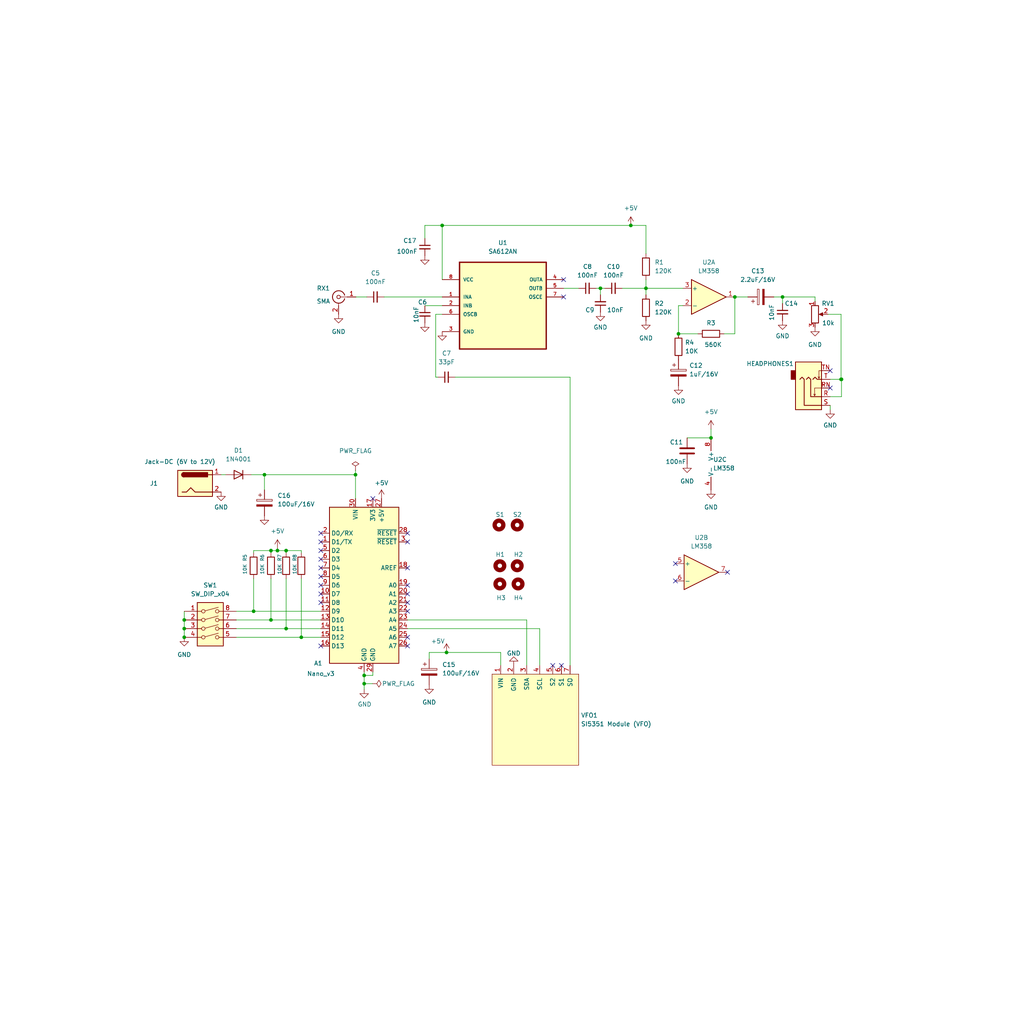
<source format=kicad_sch>
(kicad_sch (version 20211123) (generator eeschema)
  (paper "User" 299.999 299.999)
  (title_block (title "Poorman's HF RX by WB2CBA") (date "2022-03-25") (rev "V0.01") (company "Dhiru Kholia (VU3CER)") (comment 1 "HF Direct Conversion RX for Digital Modes"))
  (lib_symbols
    (symbol "Amplifier_Operational:LM358" (pin_names (offset 0.127))
      (property "Reference" "U" (at 0 5.08 0))
      (property "Value" "LM358" (at 0 -5.08 0))
      (symbol "LM358_1_1"
        (polyline (pts (xy -5.08 5.08) (xy 5.08 0) (xy -5.08 -5.08) (xy -5.08 5.08)) (stroke (width 0.254)) (fill (type background)))
        (pin output line (at 7.62 0 180) (length 2.54) (name "~") (number "1"))
        (pin input line (at -7.62 -2.54 0) (length 2.54) (name "-") (number "2"))
        (pin input line (at -7.62 2.54 0) (length 2.54) (name "+") (number "3"))
      )
      (symbol "LM358_2_1"
        (polyline (pts (xy -5.08 5.08) (xy 5.08 0) (xy -5.08 -5.08) (xy -5.08 5.08)) (stroke (width 0.254)) (fill (type background)))
        (pin input line (at -7.62 2.54 0) (length 2.54) (name "+") (number "5"))
        (pin input line (at -7.62 -2.54 0) (length 2.54) (name "-") (number "6"))
        (pin output line (at 7.62 0 180) (length 2.54) (name "~") (number "7"))
      )
      (symbol "LM358_3_1"
        (pin power_in line (at -2.54 -7.62 90) (length 3.81) (name "V-") (number "4"))
        (pin power_in line (at -2.54 7.62 270) (length 3.81) (name "V+") (number "8"))
      )
    )
    (symbol "Connector:AudioJack3_SwitchTR"
      (property "Reference" "J" (at 0 8.89 0))
      (property "Value" "AudioJack3_SwitchTR" (at 0 6.35 0))
      (symbol "AudioJack3_SwitchTR_0_1"
        (rectangle (start -5.08 -5.08) (end -6.35 -7.62) (stroke (width 0.254)) (fill (type outline)))
        (polyline (pts (xy 0.508 -0.254) (xy 0.762 -0.762)))
        (polyline (pts (xy 1.778 -5.334) (xy 2.032 -5.842)))
        (polyline (pts (xy 0 -5.08) (xy 0.635 -5.715) (xy 1.27 -5.08) (xy 2.54 -5.08)) (stroke (width 0.254)))
        (polyline (pts (xy 2.54 -7.62) (xy 1.778 -7.62) (xy 1.778 -5.334) (xy 1.524 -5.842)))
        (polyline (pts (xy 2.54 -2.54) (xy 0.508 -2.54) (xy 0.508 -0.254) (xy 0.254 -0.762)))
        (polyline (pts (xy -1.905 -5.08) (xy -1.27 -5.715) (xy -0.635 -5.08) (xy -0.635 0) (xy 2.54 0)) (stroke (width 0.254)))
        (polyline (pts (xy 2.54 2.54) (xy -2.54 2.54) (xy -2.54 -5.08) (xy -3.175 -5.715) (xy -3.81 -5.08)) (stroke (width 0.254)))
        (rectangle (start 2.54 3.81) (end -5.08 -10.16) (stroke (width 0.254)) (fill (type background)))
      )
      (symbol "AudioJack3_SwitchTR_1_1"
        (pin passive line (at 5.08 0 180) (length 2.54) (name "~") (number "R"))
        (pin passive line (at 5.08 -2.54 180) (length 2.54) (name "~") (number "RN"))
        (pin passive line (at 5.08 2.54 180) (length 2.54) (name "~") (number "S"))
        (pin passive line (at 5.08 -5.08 180) (length 2.54) (name "~") (number "T"))
        (pin passive line (at 5.08 -7.62 180) (length 2.54) (name "~") (number "TN"))
      )
    )
    (symbol "Connector:Conn_Coaxial" (pin_names (offset 1.016) hide)
      (property "Reference" "J" (at 0.254 3.048 0))
      (property "Value" "Conn_Coaxial" (at 2.921 0 90))
      (symbol "Conn_Coaxial_0_1"
        (arc (start -1.778 -0.508) (mid 0.222 -1.808) (end 1.778 0) (stroke (width 0.254)))
        (polyline (pts (xy -2.54 0) (xy -0.508 0)))
        (polyline (pts (xy 0 -2.54) (xy 0 -1.778)))
        (circle (center 0 0) (radius 0.508) (stroke (width 0.2032)))
        (arc (start 1.778 0) (mid 0.222 1.8083) (end -1.778 0.508) (stroke (width 0.254)))
      )
      (symbol "Conn_Coaxial_1_1"
        (pin passive line (at -5.08 0 0) (length 2.54) (name "In") (number "1"))
        (pin passive line (at 0 -5.08 90) (length 2.54) (name "Ext") (number "2"))
      )
    )
    (symbol "Connector:Jack-DC" (pin_names (offset 1.016))
      (property "Reference" "J" (at 0 5.334 0))
      (property "Value" "Jack-DC" (at 0 -5.08 0))
      (symbol "Jack-DC_0_1"
        (rectangle (start -5.08 3.81) (end 5.08 -3.81) (stroke (width 0.254)) (fill (type background)))
        (arc (start -3.302 3.175) (mid -3.937 2.54) (end -3.302 1.905) (stroke (width 0.254)))
        (arc (start -3.302 3.175) (mid -3.937 2.54) (end -3.302 1.905) (stroke (width 0.254)) (fill (type outline)))
        (polyline (pts (xy 5.08 2.54) (xy 3.81 2.54)) (stroke (width 0.254)))
        (polyline (pts (xy -3.81 -2.54) (xy -2.54 -2.54) (xy -1.27 -1.27) (xy 0 -2.54) (xy 2.54 -2.54) (xy 5.08 -2.54)) (stroke (width 0.254)))
        (rectangle (start 3.683 3.175) (end -3.302 1.905) (stroke (width 0.254)) (fill (type outline)))
      )
      (symbol "Jack-DC_1_1"
        (pin passive line (at 7.62 2.54 180) (length 2.54) (name "~") (number "1"))
        (pin passive line (at 7.62 -2.54 180) (length 2.54) (name "~") (number "2"))
      )
    )
    (symbol "Device:C" (pin_numbers hide) (pin_names (offset 0.254))
      (property "Reference" "C" (at 0.635 2.54 0))
      (property "Value" "C" (at 0.635 -2.54 0))
      (symbol "C_0_1"
        (polyline (pts (xy -2.032 -0.762) (xy 2.032 -0.762)) (stroke (width 0.508)))
        (polyline (pts (xy -2.032 0.762) (xy 2.032 0.762)) (stroke (width 0.508)))
      )
      (symbol "C_1_1"
        (pin passive line (at 0 3.81 270) (length 2.794) (name "~") (number "1"))
        (pin passive line (at 0 -3.81 90) (length 2.794) (name "~") (number "2"))
      )
    )
    (symbol "Device:C_Polarized" (pin_numbers hide) (pin_names (offset 0.254))
      (property "Reference" "C" (at 0.635 2.54 0))
      (property "Value" "C_Polarized" (at 0.635 -2.54 0))
      (symbol "C_Polarized_0_1"
        (rectangle (start -2.286 0.508) (end 2.286 1.016))
        (polyline (pts (xy -1.778 2.286) (xy -0.762 2.286)))
        (polyline (pts (xy -1.27 2.794) (xy -1.27 1.778)))
        (rectangle (start 2.286 -0.508) (end -2.286 -1.016) (fill (type outline)))
      )
      (symbol "C_Polarized_1_1"
        (pin passive line (at 0 3.81 270) (length 2.794) (name "~") (number "1"))
        (pin passive line (at 0 -3.81 90) (length 2.794) (name "~") (number "2"))
      )
    )
    (symbol "Device:C_Small" (pin_numbers hide) (pin_names (offset 0.254) hide)
      (property "Reference" "C" (at 0.254 1.778 0))
      (property "Value" "C_Small" (at 0.254 -2.032 0))
      (symbol "C_Small_0_1"
        (polyline (pts (xy -1.524 -0.508) (xy 1.524 -0.508)) (stroke (width 0.3302)))
        (polyline (pts (xy -1.524 0.508) (xy 1.524 0.508)) (stroke (width 0.3048)))
      )
      (symbol "C_Small_1_1"
        (pin passive line (at 0 2.54 270) (length 2.032) (name "~") (number "1"))
        (pin passive line (at 0 -2.54 90) (length 2.032) (name "~") (number "2"))
      )
    )
    (symbol "Device:R" (pin_numbers hide) (pin_names (offset 0))
      (property "Reference" "R" (at 2.032 0 90))
      (property "Value" "R" (at 0 0 90))
      (symbol "R_0_1"
        (rectangle (start -1.016 -2.54) (end 1.016 2.54) (stroke (width 0.254)))
      )
      (symbol "R_1_1"
        (pin passive line (at 0 3.81 270) (length 1.27) (name "~") (number "1"))
        (pin passive line (at 0 -3.81 90) (length 1.27) (name "~") (number "2"))
      )
    )
    (symbol "Device:R_Potentiometer" (pin_names (offset 1.016) hide)
      (property "Reference" "RV" (at -4.445 0 90))
      (property "Value" "R_Potentiometer" (at -2.54 0 90))
      (symbol "R_Potentiometer_0_1"
        (polyline (pts (xy 2.54 0) (xy 1.524 0)))
        (polyline (pts (xy 1.143 0) (xy 2.286 0.508) (xy 2.286 -0.508) (xy 1.143 0)) (fill (type outline)))
        (rectangle (start 1.016 2.54) (end -1.016 -2.54) (stroke (width 0.254)))
      )
      (symbol "R_Potentiometer_1_1"
        (pin passive line (at 0 3.81 270) (length 1.27) (name "1") (number "1"))
        (pin passive line (at 3.81 0 180) (length 1.27) (name "2") (number "2"))
        (pin passive line (at 0 -3.81 90) (length 1.27) (name "3") (number "3"))
      )
    )
    (symbol "Diode:1N4001" (pin_numbers hide) (pin_names (offset 1.016) hide)
      (property "Reference" "D" (at 0 2.54 0))
      (property "Value" "1N4001" (at 0 -2.54 0))
      (symbol "1N4001_0_1"
        (polyline (pts (xy -1.27 1.27) (xy -1.27 -1.27)) (stroke (width 0.254)))
        (polyline (pts (xy 1.27 0) (xy -1.27 0)))
        (polyline (pts (xy 1.27 1.27) (xy 1.27 -1.27) (xy -1.27 0) (xy 1.27 1.27)) (stroke (width 0.254)))
      )
      (symbol "1N4001_1_1"
        (pin passive line (at -3.81 0 0) (length 2.54) (name "K") (number "1"))
        (pin passive line (at 3.81 0 180) (length 2.54) (name "A") (number "2"))
      )
    )
    (symbol "MCU_Module:Arduino_Nano_v3.x"
      (property "Reference" "A" (at -10.16 23.495 0))
      (property "Value" "Arduino_Nano_v3.x" (at 5.08 -24.13 0))
      (symbol "Arduino_Nano_v3.x_0_1"
        (rectangle (start -10.16 22.86) (end 10.16 -22.86) (stroke (width 0.254)) (fill (type background)))
      )
      (symbol "Arduino_Nano_v3.x_1_1"
        (pin bidirectional line (at -12.7 12.7 0) (length 2.54) (name "D1/TX") (number "1"))
        (pin bidirectional line (at -12.7 -2.54 0) (length 2.54) (name "D7") (number "10"))
        (pin bidirectional line (at -12.7 -5.08 0) (length 2.54) (name "D8") (number "11"))
        (pin bidirectional line (at -12.7 -7.62 0) (length 2.54) (name "D9") (number "12"))
        (pin bidirectional line (at -12.7 -10.16 0) (length 2.54) (name "D10") (number "13"))
        (pin bidirectional line (at -12.7 -12.7 0) (length 2.54) (name "D11") (number "14"))
        (pin bidirectional line (at -12.7 -15.24 0) (length 2.54) (name "D12") (number "15"))
        (pin bidirectional line (at -12.7 -17.78 0) (length 2.54) (name "D13") (number "16"))
        (pin power_out line (at 2.54 25.4 270) (length 2.54) (name "3V3") (number "17"))
        (pin input line (at 12.7 5.08 180) (length 2.54) (name "AREF") (number "18"))
        (pin bidirectional line (at 12.7 0 180) (length 2.54) (name "A0") (number "19"))
        (pin bidirectional line (at -12.7 15.24 0) (length 2.54) (name "D0/RX") (number "2"))
        (pin bidirectional line (at 12.7 -2.54 180) (length 2.54) (name "A1") (number "20"))
        (pin bidirectional line (at 12.7 -5.08 180) (length 2.54) (name "A2") (number "21"))
        (pin bidirectional line (at 12.7 -7.62 180) (length 2.54) (name "A3") (number "22"))
        (pin bidirectional line (at 12.7 -10.16 180) (length 2.54) (name "A4") (number "23"))
        (pin bidirectional line (at 12.7 -12.7 180) (length 2.54) (name "A5") (number "24"))
        (pin bidirectional line (at 12.7 -15.24 180) (length 2.54) (name "A6") (number "25"))
        (pin bidirectional line (at 12.7 -17.78 180) (length 2.54) (name "A7") (number "26"))
        (pin power_out line (at 5.08 25.4 270) (length 2.54) (name "+5V") (number "27"))
        (pin input line (at 12.7 15.24 180) (length 2.54) (name "~{RESET}") (number "28"))
        (pin power_in line (at 2.54 -25.4 90) (length 2.54) (name "GND") (number "29"))
        (pin input line (at 12.7 12.7 180) (length 2.54) (name "~{RESET}") (number "3"))
        (pin power_in line (at -2.54 25.4 270) (length 2.54) (name "VIN") (number "30"))
        (pin power_in line (at 0 -25.4 90) (length 2.54) (name "GND") (number "4"))
        (pin bidirectional line (at -12.7 10.16 0) (length 2.54) (name "D2") (number "5"))
        (pin bidirectional line (at -12.7 7.62 0) (length 2.54) (name "D3") (number "6"))
        (pin bidirectional line (at -12.7 5.08 0) (length 2.54) (name "D4") (number "7"))
        (pin bidirectional line (at -12.7 2.54 0) (length 2.54) (name "D5") (number "8"))
        (pin bidirectional line (at -12.7 0 0) (length 2.54) (name "D6") (number "9"))
      )
    )
    (symbol "Mechanical:MountingHole" (pin_names (offset 1.016))
      (property "Reference" "H" (at 0 5.08 0))
      (property "Value" "MountingHole" (at 0 3.175 0))
      (symbol "MountingHole_0_1"
        (circle (center 0 0) (radius 1.27) (stroke (width 1.27)))
      )
    )
    (symbol "SA602AN:SA602AN" (pin_names (offset 1.016))
      (property "Reference" "U" (at -5.4864 12.7762 0))
      (property "Value" "SA602AN" (at -4.445 -19.4818 0))
      (symbol "SA602AN_0_0"
        (rectangle (start -12.7 -15.24) (end 12.7 10.16) (stroke (width 0.4064)) (fill (type background)))
        (pin input line (at -17.78 0 0) (length 5.08) (name "INA") (number "1"))
        (pin input line (at -17.78 -2.54 0) (length 5.08) (name "INB") (number "2"))
        (pin passive line (at -17.78 -10.16 0) (length 5.08) (name "GND") (number "3"))
        (pin output line (at 17.78 5.08 180) (length 5.08) (name "OUTA") (number "4"))
        (pin output line (at 17.78 2.54 180) (length 5.08) (name "OUTB") (number "5"))
        (pin input line (at -17.78 -5.08 0) (length 5.08) (name "OSCB") (number "6"))
        (pin output line (at 17.78 0 180) (length 5.08) (name "OSCE") (number "7"))
        (pin power_in line (at -17.78 5.08 0) (length 5.08) (name "VCC") (number "8"))
      )
    )
    (symbol "Switch:SW_DIP_x04" (pin_names (offset 0) hide)
      (property "Reference" "SW" (at 0 8.89 0))
      (property "Value" "SW_DIP_x04" (at 0 -6.35 0))
      (symbol "SW_DIP_x04_0_0"
        (circle (center -2.032 -2.54) (radius 0.508))
        (circle (center -2.032 0) (radius 0.508))
        (circle (center -2.032 2.54) (radius 0.508))
        (circle (center -2.032 5.08) (radius 0.508))
        (polyline (pts (xy -1.524 -2.3876) (xy 2.3622 -1.3462)))
        (polyline (pts (xy -1.524 0.127) (xy 2.3622 1.1684)))
        (polyline (pts (xy -1.524 2.667) (xy 2.3622 3.7084)))
        (polyline (pts (xy -1.524 5.207) (xy 2.3622 6.2484)))
        (circle (center 2.032 -2.54) (radius 0.508))
        (circle (center 2.032 0) (radius 0.508))
        (circle (center 2.032 2.54) (radius 0.508))
        (circle (center 2.032 5.08) (radius 0.508))
      )
      (symbol "SW_DIP_x04_0_1"
        (rectangle (start -3.81 7.62) (end 3.81 -5.08) (stroke (width 0.254)) (fill (type background)))
      )
      (symbol "SW_DIP_x04_1_1"
        (pin passive line (at -7.62 5.08 0) (length 5.08) (name "~") (number "1"))
        (pin passive line (at -7.62 2.54 0) (length 5.08) (name "~") (number "2"))
        (pin passive line (at -7.62 0 0) (length 5.08) (name "~") (number "3"))
        (pin passive line (at -7.62 -2.54 0) (length 5.08) (name "~") (number "4"))
        (pin passive line (at 7.62 -2.54 180) (length 5.08) (name "~") (number "5"))
        (pin passive line (at 7.62 0 180) (length 5.08) (name "~") (number "6"))
        (pin passive line (at 7.62 2.54 180) (length 5.08) (name "~") (number "7"))
        (pin passive line (at 7.62 5.08 180) (length 5.08) (name "~") (number "8"))
      )
    )
    (symbol "power:+5V" (power) (pin_names (offset 0))
      (property "Value" "+5V" (at 0 3.556 0))
      (symbol "+5V_0_1"
        (polyline (pts (xy -0.762 1.27) (xy 0 2.54)))
        (polyline (pts (xy 0 0) (xy 0 2.54)))
        (polyline (pts (xy 0 2.54) (xy 0.762 1.27)))
      )
      (symbol "+5V_1_1"
        (pin power_in line (at 0 0 90) (length 0) hide (name "+5V") (number "1"))
      )
    )
    (symbol "power:GND" (power) (pin_names (offset 0))
      (property "Value" "GND" (at 0 -3.81 0))
      (symbol "GND_0_1"
        (polyline (pts (xy 0 0) (xy 0 -1.27) (xy 1.27 -1.27) (xy 0 -2.54) (xy -1.27 -1.27) (xy 0 -1.27)))
      )
      (symbol "GND_1_1"
        (pin power_in line (at 0 0 270) (length 0) hide (name "GND") (number "1"))
      )
    )
    (symbol "power:PWR_FLAG" (power) (pin_numbers hide) (pin_names (offset 0) hide)
      (property "Value" "PWR_FLAG" (at 0 3.81 0))
      (symbol "PWR_FLAG_0_0"
        (pin power_out line (at 0 0 90) (length 0) (name "pwr") (number "1"))
      )
      (symbol "PWR_FLAG_0_1"
        (polyline (pts (xy 0 0) (xy 0 1.27) (xy -1.016 1.905) (xy 0 2.54) (xy 1.016 1.905) (xy 0 1.27)))
      )
    )
    (symbol "si5351module:SI5351Module_2-VFO-SDR_SSB-rescue-Hack-v1-rescue" (pin_names (offset 1.016))
      (property "Reference" "VFO1" (at 14.732 12.7 0))
      (property "Value" "SI5351-Module-VFO" (at 14.986 6.096 0))
      (symbol "SI5351Module_2-VFO-SDR_SSB-rescue-Hack-v1-rescue_0_1"
        (rectangle (start -12.7 12.7) (end 13.97 -12.7) (fill (type background)))
      )
      (symbol "SI5351Module_2-VFO-SDR_SSB-rescue-Hack-v1-rescue_1_1"
        (pin input line (at -15.24 -10.16 0) (length 2.54) (name "VIN") (number "1"))
        (pin input line (at -15.24 -6.35 0) (length 2.54) (name "GND") (number "2"))
        (pin input line (at -15.24 -2.54 0) (length 2.54) (name "SDA") (number "3"))
        (pin input line (at -15.24 1.27 0) (length 2.54) (name "SCL") (number "4"))
        (pin output line (at -15.24 5.08 0) (length 2.54) (name "S2") (number "5"))
        (pin output line (at -15.24 7.62 0) (length 2.54) (name "S1") (number "6"))
        (pin output line (at -15.24 10.16 0) (length 2.54) (name "SO") (number "7"))
      )
    )
  )
  (junction (at 79.375 161.29))
  (junction (at 229.235 86.995))
  (junction (at 175.895 84.455))
  (junction (at 198.755 97.79))
  (junction (at 106.68 200.279))
  (junction (at 53.975 181.61))
  (junction (at 129.54 66.04))
  (junction (at 215.265 86.995))
  (junction (at 83.82 161.29))
  (junction (at 184.785 66.04))
  (junction (at 106.68 197.866))
  (junction (at 53.975 184.15))
  (junction (at 74.295 179.07))
  (junction (at 208.28 128.27))
  (junction (at 88.265 186.69))
  (junction (at 79.375 181.61))
  (junction (at 77.47 139.065))
  (junction (at 246.507 111.125))
  (junction (at 81.28 161.29))
  (junction (at 83.82 184.15))
  (junction (at 104.14 139.065))
  (junction (at 189.23 84.455))
  (junction (at 53.975 186.69))
  (junction (at 246.38 111.125))
  (junction (at 130.81 191.135))
  (no_connect (at 213.106 167.64))
  (no_connect (at 197.866 165.1))
  (no_connect (at 197.866 170.18))
  (no_connect (at 243.205 108.585))
  (no_connect (at 119.38 171.45))
  (no_connect (at 119.38 166.37))
  (no_connect (at 119.38 173.99))
  (no_connect (at 164.465 194.945))
  (no_connect (at 165.1 86.995))
  (no_connect (at 165.1 81.915))
  (no_connect (at 243.205 113.665))
  (no_connect (at 119.38 176.53))
  (no_connect (at 161.925 194.945))
  (no_connect (at 93.98 166.37))
  (no_connect (at 93.98 168.91))
  (no_connect (at 93.98 171.45))
  (no_connect (at 93.98 173.99))
  (no_connect (at 93.98 176.53))
  (no_connect (at 119.38 156.21))
  (no_connect (at 109.22 146.05))
  (no_connect (at 93.98 189.23))
  (no_connect (at 93.98 158.75))
  (no_connect (at 93.98 163.83))
  (no_connect (at 93.98 161.29))
  (no_connect (at 119.38 158.75))
  (no_connect (at 93.98 156.21))
  (no_connect (at 119.38 189.23))
  (no_connect (at 119.38 186.69))
  (no_connect (at 119.38 179.07))
  (wire (pts (xy 215.265 97.79) (xy 212.09 97.79)))
  (wire (pts (xy 83.82 169.545) (xy 83.82 184.15)))
  (wire (pts (xy 189.23 84.455) (xy 200.025 84.455)))
  (wire (pts (xy 182.245 84.455) (xy 189.23 84.455)))
  (wire (pts (xy 106.68 200.279) (xy 106.68 201.93)))
  (wire (pts (xy 112.522 86.995) (xy 129.54 86.995)))
  (wire (pts (xy 208.28 128.27) (xy 201.295 128.27)))
  (wire (pts (xy 175.895 84.455) (xy 177.165 84.455)))
  (wire (pts (xy 127.635 110.49) (xy 127.635 92.075)))
  (wire (pts (xy 158.115 194.945) (xy 158.115 184.15)))
  (wire (pts (xy 79.375 169.545) (xy 79.375 181.61)))
  (wire (pts (xy 127.635 110.49) (xy 128.27 110.49)))
  (wire (pts (xy 189.23 84.455) (xy 189.23 86.36)))
  (wire (pts (xy 53.975 181.61) (xy 53.975 184.15)))
  (wire (pts (xy 119.38 181.61) (xy 154.305 181.61)))
  (wire (pts (xy 124.46 66.04) (xy 129.54 66.04)))
  (wire (pts (xy 109.22 197.866) (xy 106.68 197.866)))
  (wire (pts (xy 104.14 137.795) (xy 104.14 139.065)))
  (wire (pts (xy 146.685 191.135) (xy 146.685 194.945)))
  (wire (pts (xy 243.205 116.205) (xy 246.507 116.205)))
  (wire (pts (xy 229.235 88.9) (xy 229.235 86.995)))
  (wire (pts (xy 238.76 86.995) (xy 238.76 88.265)))
  (wire (pts (xy 215.265 86.995) (xy 215.265 97.79)))
  (wire (pts (xy 69.215 186.69) (xy 88.265 186.69)))
  (wire (pts (xy 124.46 69.85) (xy 124.46 66.04)))
  (wire (pts (xy 184.785 66.04) (xy 189.23 66.04)))
  (wire (pts (xy 165.1 84.455) (xy 169.545 84.455)))
  (wire (pts (xy 74.295 169.545) (xy 74.295 179.07)))
  (wire (pts (xy 88.265 169.545) (xy 88.265 186.69)))
  (wire (pts (xy 125.73 191.135) (xy 130.81 191.135)))
  (wire (pts (xy 127.635 92.075) (xy 129.54 92.075)))
  (wire (pts (xy 106.68 200.279) (xy 109.093 200.279)))
  (wire (pts (xy 104.14 146.05) (xy 104.14 139.065)))
  (wire (pts (xy 130.81 191.135) (xy 146.685 191.135)))
  (wire (pts (xy 242.57 92.075) (xy 246.38 92.075)))
  (wire (pts (xy 53.975 184.15) (xy 53.975 186.69)))
  (wire (pts (xy 53.975 179.07) (xy 53.975 181.61)))
  (wire (pts (xy 69.215 184.15) (xy 83.82 184.15)))
  (wire (pts (xy 106.68 196.85) (xy 106.68 197.866)))
  (wire (pts (xy 88.265 161.29) (xy 88.265 161.925)))
  (wire (pts (xy 74.295 161.29) (xy 79.375 161.29)))
  (wire (pts (xy 69.215 179.07) (xy 74.295 179.07)))
  (wire (pts (xy 243.205 118.745) (xy 243.205 120.015)))
  (wire (pts (xy 246.507 111.125) (xy 246.507 116.205)))
  (wire (pts (xy 69.215 181.61) (xy 79.375 181.61)))
  (wire (pts (xy 73.66 139.065) (xy 77.47 139.065)))
  (wire (pts (xy 167.005 194.945) (xy 167.005 110.49)))
  (wire (pts (xy 198.755 97.79) (xy 198.755 89.535)))
  (wire (pts (xy 79.375 181.61) (xy 93.98 181.61)))
  (wire (pts (xy 74.295 161.29) (xy 74.295 161.925)))
  (wire (pts (xy 215.265 86.995) (xy 219.075 86.995)))
  (wire (pts (xy 119.38 184.15) (xy 158.115 184.15)))
  (wire (pts (xy 79.375 161.29) (xy 79.375 161.925)))
  (wire (pts (xy 189.23 84.455) (xy 189.23 81.915)))
  (wire (pts (xy 189.23 66.04) (xy 189.23 74.295)))
  (wire (pts (xy 129.54 81.915) (xy 129.54 66.04)))
  (wire (pts (xy 175.895 84.455) (xy 175.895 86.36)))
  (wire (pts (xy 81.28 161.29) (xy 83.82 161.29)))
  (wire (pts (xy 83.82 184.15) (xy 93.98 184.15)))
  (wire (pts (xy 74.295 179.07) (xy 93.98 179.07)))
  (wire (pts (xy 79.375 161.29) (xy 81.28 161.29)))
  (wire (pts (xy 104.267 86.995) (xy 107.442 86.995)))
  (wire (pts (xy 125.73 193.04) (xy 125.73 191.135)))
  (wire (pts (xy 83.82 161.29) (xy 83.82 161.925)))
  (wire (pts (xy 229.235 86.995) (xy 238.76 86.995)))
  (wire (pts (xy 83.82 161.29) (xy 88.265 161.29)))
  (wire (pts (xy 64.77 139.065) (xy 66.04 139.065)))
  (wire (pts (xy 243.205 111.125) (xy 246.38 111.125)))
  (wire (pts (xy 246.38 111.125) (xy 246.507 111.125)))
  (wire (pts (xy 204.47 97.79) (xy 198.755 97.79)))
  (wire (pts (xy 174.625 84.455) (xy 175.895 84.455)))
  (wire (pts (xy 106.68 197.866) (xy 106.68 200.279)))
  (wire (pts (xy 133.35 110.49) (xy 167.005 110.49)))
  (wire (pts (xy 246.38 92.075) (xy 246.38 111.125)))
  (wire (pts (xy 226.695 86.995) (xy 229.235 86.995)))
  (wire (pts (xy 88.265 186.69) (xy 93.98 186.69)))
  (wire (pts (xy 129.54 66.04) (xy 184.785 66.04)))
  (wire (pts (xy 77.47 139.065) (xy 104.14 139.065)))
  (wire (pts (xy 77.47 143.51) (xy 77.47 139.065)))
  (wire (pts (xy 124.46 89.535) (xy 129.54 89.535)))
  (wire (pts (xy 208.28 125.73) (xy 208.28 128.27)))
  (wire (pts (xy 109.22 196.85) (xy 109.22 197.866)))
  (wire (pts (xy 154.305 194.945) (xy 154.305 181.61)))
  (wire (pts (xy 198.755 89.535) (xy 200.025 89.535)))
  (wire (pts (xy 81.28 160.655) (xy 81.28 161.29)))
  (symbol (lib_id "power:GND") (at 150.495 194.945 180) (unit 1)
    (property "Reference" "#PWR0108" (effects hide))
    (property "Value" "GND" (at 150.495 191.389 0))
  )
  (symbol (lib_id "power:GND") (at 106.68 201.93 0) (unit 1)
    (property "Reference" "#PWR0111" (effects hide))
    (property "Value" "GND" (at 106.807 206.3242 0))
  )
  (symbol (lib_id "power:PWR_FLAG") (at 109.093 200.279 270) (unit 1)
    (property "Reference" "#FLG0102" (effects hide))
    (property "Value" "PWR_FLAG" (at 111.887 200.279 90) (effects (justify left)))
  )
  (symbol (lib_id "Device:R") (at 198.755 101.6 0) (unit 1)
    (property "Reference" "R4" (at 200.66 100.3299 0) (effects (justify left)))
    (property "Value" "10K" (at 200.66 102.8699 0) (effects (justify left)))
    (property "Footprint" "Resistor_THT:R_Axial_DIN0207_L6.3mm_D2.5mm_P7.62mm_Horizontal" (effects hide))
  )
  (symbol (lib_id "Mechanical:MountingHole") (at 151.765 171.069 0) (unit 1)
    (property "Reference" "H4" (at 150.495 175.133 0) (effects (justify left)))
    (property "Value" "MountingHole" (effects hide))
    (property "Footprint" "MountingHole:MountingHole_2.2mm_M2" (effects hide))
  )
  (symbol (lib_id "Device:C_Small") (at 124.46 92.075 0) (unit 1)
    (property "Reference" "C6" (at 122.428 88.519 0) (effects (justify left)))
    (property "Value" "10nF" (at 121.92 94.615 90) (effects (justify left)))
    (property "Footprint" "Capacitor_THT:C_Disc_D3.0mm_W1.6mm_P2.50mm" (effects hide))
  )
  (symbol (lib_id "power:+5V") (at 184.785 66.04 0) (unit 1)
    (property "Reference" "#PWR07" (effects hide))
    (property "Value" "+5V" (at 184.785 60.96 0))
  )
  (symbol (lib_id "power:GND") (at 238.76 95.885 0) (unit 1)
    (property "Reference" "#PWR010" (effects hide))
    (property "Value" "GND" (at 238.76 100.965 0))
  )
  (symbol (lib_id "Mechanical:MountingHole") (at 151.511 165.735 0) (unit 1)
    (property "Reference" "H2" (at 150.495 162.433 0) (effects (justify left)))
    (property "Value" "MountingHole" (effects hide))
    (property "Footprint" "MountingHole:MountingHole_2.2mm_M2" (effects hide))
  )
  (symbol (lib_id "Device:C") (at 201.295 132.08 0) (unit 1)
    (property "Reference" "C11" (at 196.215 129.54 0) (effects (justify left)))
    (property "Value" "100nF" (at 194.945 135.255 0) (effects (justify left)))
    (property "Footprint" "Capacitor_THT:C_Disc_D3.0mm_W1.6mm_P2.50mm" (effects hide))
  )
  (symbol (lib_id "Connector:Conn_Coaxial") (at 99.187 86.995 0) (mirror y) (unit 1)
    (property "Reference" "RX1" (at 94.742 84.455 0))
    (property "Value" "SMA" (at 94.742 88.265 0))
    (property "Footprint" "Connector_Coaxial:SMA_Amphenol_901-144_Vertical" (effects hide))
    (property "Datasheet" " ~" (effects hide))
  )
  (symbol (lib_id "Device:R_Potentiometer") (at 238.76 92.075 0) (unit 1)
    (property "Reference" "RV1" (at 244.475 88.9 0) (effects (justify right)))
    (property "Value" "10k" (at 244.475 94.615 0) (effects (justify right)))
    (property "Footprint" "Potentiometer_THT:Potentiometer_Runtron_RM-065_Vertical" (effects hide))
  )
  (symbol (lib_id "Device:R") (at 83.82 165.735 0) (unit 1)
    (property "Reference" "R7" (at 81.915 164.465 90) (effects (font (size 1 1)) (justify left)))
    (property "Value" "10K" (at 81.915 168.275 90) (effects (font (size 1 1)) (justify left)))
    (property "Footprint" "Resistor_THT:R_Axial_DIN0207_L6.3mm_D2.5mm_P7.62mm_Horizontal" (effects hide))
  )
  (symbol (lib_id "Device:C_Small") (at 179.705 84.455 90) (unit 1)
    (property "Reference" "C10" (at 179.7113 78.105 90))
    (property "Value" "100nF" (at 179.7113 80.645 90))
    (property "Footprint" "Capacitor_THT:C_Disc_D3.0mm_W1.6mm_P2.50mm" (effects hide))
  )
  (symbol (lib_id "power:GND") (at 175.895 91.44 0) (unit 1)
    (property "Reference" "#PWR06" (effects hide))
    (property "Value" "GND" (at 175.895 95.885 0))
  )
  (symbol (lib_id "Device:R") (at 74.295 165.735 0) (unit 1)
    (property "Reference" "R5" (at 71.755 164.465 90) (effects (font (size 1 1)) (justify left)))
    (property "Value" "10K" (at 71.755 168.275 90) (effects (font (size 1 1)) (justify left)))
    (property "Footprint" "Resistor_THT:R_Axial_DIN0207_L6.3mm_D2.5mm_P7.62mm_Horizontal" (effects hide))
  )
  (symbol (lib_id "MCU_Module:Arduino_Nano_v3.x") (at 106.68 171.45 0) (unit 1)
    (property "Reference" "A1" (at 91.948 194.31 0) (effects (justify left)))
    (property "Value" "Nano_v3" (at 89.916 197.358 0) (effects (justify left)))
    (property "Footprint" "Module:Arduino_Nano" (effects hide))
    (property "Datasheet" "http://www.mouser.com/pdfdocs/Gravitech_Arduino_Nano3_0.pdf" (effects hide))
  )
  (symbol (lib_id "power:+5V") (at 130.81 191.135 0) (unit 1)
    (property "Reference" "#PWR03" (effects hide))
    (property "Value" "+5V" (at 128.27 187.833 0))
  )
  (symbol (lib_id "Device:R") (at 79.375 165.735 0) (unit 1)
    (property "Reference" "R6" (at 76.835 164.465 90) (effects (font (size 1 1)) (justify left)))
    (property "Value" "10K" (at 76.835 168.275 90) (effects (font (size 1 1)) (justify left)))
    (property "Footprint" "Resistor_THT:R_Axial_DIN0207_L6.3mm_D2.5mm_P7.62mm_Horizontal" (effects hide))
  )
  (symbol (lib_id "Device:R") (at 189.23 90.17 0) (unit 1)
    (property "Reference" "R2" (at 191.77 88.8999 0) (effects (justify left)))
    (property "Value" "120K" (at 191.77 91.4399 0) (effects (justify left)))
    (property "Footprint" "Resistor_THT:R_Axial_DIN0207_L6.3mm_D2.5mm_P7.62mm_Horizontal" (effects hide))
  )
  (symbol (lib_id "Device:C_Small") (at 229.235 91.44 0) (unit 1)
    (property "Reference" "C14" (at 229.87 88.9 0) (effects (justify left)))
    (property "Value" "10nF" (at 226.06 93.98 90) (effects (justify left)))
    (property "Footprint" "Capacitor_THT:C_Disc_D3.0mm_W1.6mm_P2.50mm" (effects hide))
  )
  (symbol (lib_id "Mechanical:MountingHole") (at 151.511 153.797 0) (unit 1)
    (property "Reference" "S2" (at 150.241 150.749 0) (effects (justify left)))
    (property "Value" "MountingHole" (effects hide))
    (property "Footprint" "MountingHole:MountingHole_2.7mm_M2.5" (effects hide))
  )
  (symbol (lib_id "power:GND") (at 243.205 120.015 0) (unit 1)
    (property "Reference" "#PWR0104" (effects hide))
    (property "Value" "GND" (at 243.205 124.587 0))
  )
  (symbol (lib_id "power:GND") (at 198.755 113.03 0) (unit 1)
    (property "Reference" "#PWR08" (effects hide))
    (property "Value" "GND" (at 198.755 117.475 0))
  )
  (symbol (lib_id "power:+5V") (at 208.28 125.73 0) (unit 1)
    (property "Reference" "#PWR013" (effects hide))
    (property "Value" "+5V" (at 208.28 120.65 0))
  )
  (symbol (lib_id "power:GND") (at 53.975 186.69 0) (unit 1)
    (property "Reference" "#PWR016" (effects hide))
    (property "Value" "GND" (at 53.975 191.77 0))
  )
  (symbol (lib_id "power:GND") (at 124.46 74.93 0) (unit 1)
    (property "Reference" "#PWR05" (effects hide))
    (property "Value" "GND" (effects hide))
  )
  (symbol (lib_id "power:+5V") (at 81.28 160.655 0) (unit 1)
    (property "Reference" "#PWR018" (effects hide))
    (property "Value" "+5V" (at 81.28 155.575 0))
  )
  (symbol (lib_id "power:GND") (at 77.47 151.13 0) (unit 1)
    (property "Reference" "#PWR017" (effects hide))
    (property "Value" "GND" (effects hide))
  )
  (symbol (lib_id "power:GND") (at 124.46 94.615 0) (unit 1)
    (property "Reference" "#PWR0102" (effects hide))
    (property "Value" "GND" (effects hide))
  )
  (symbol (lib_id "Mechanical:MountingHole") (at 146.431 171.069 0) (unit 1)
    (property "Reference" "H3" (at 145.415 175.133 0) (effects (justify left)))
    (property "Value" "MountingHole" (effects hide))
    (property "Footprint" "MountingHole:MountingHole_2.2mm_M2" (effects hide))
  )
  (symbol (lib_id "Mechanical:MountingHole") (at 146.431 165.735 0) (unit 1)
    (property "Reference" "H1" (at 145.161 162.433 0) (effects (justify left)))
    (property "Value" "MountingHole" (effects hide))
    (property "Footprint" "MountingHole:MountingHole_2.2mm_M2" (effects hide))
  )
  (symbol (lib_id "Switch:SW_DIP_x04") (at 61.595 184.15 0) (unit 1)
    (property "Reference" "SW1" (at 61.595 171.45 0))
    (property "Value" "SW_DIP_x04" (at 61.595 173.99 0))
    (property "Footprint" "Button_Switch_THT:SW_DIP_SPSTx04_Slide_9.78x12.34mm_W7.62mm_P2.54mm" (effects hide))
  )
  (symbol (lib_id "Diode:1N4001") (at 69.85 139.065 180) (unit 1)
    (property "Reference" "D1" (at 69.85 131.953 0))
    (property "Value" "1N4001" (at 69.85 134.493 0))
    (property "Footprint" "Diode_THT:D_DO-41_SOD81_P2.54mm_Vertical_KathodeUp" (effects hide))
    (property "Datasheet" "http://www.vishay.com/docs/88503/1n4001.pdf" (effects hide))
  )
  (symbol (lib_id "Device:R") (at 88.265 165.735 0) (unit 1)
    (property "Reference" "R8" (at 86.36 164.465 90) (effects (font (size 1 1)) (justify left)))
    (property "Value" "10K" (at 86.36 168.275 90) (effects (font (size 1 1)) (justify left)))
    (property "Footprint" "Resistor_THT:R_Axial_DIN0207_L6.3mm_D2.5mm_P7.62mm_Horizontal" (effects hide))
  )
  (symbol (lib_id "Amplifier_Operational:LM358") (at 207.645 86.995 0) (unit 1)
    (property "Reference" "U2" (at 207.645 76.835 0))
    (property "Value" "LM358" (at 207.645 79.375 0))
    (property "Footprint" "Package_DIP:DIP-8_W7.62mm" (effects hide))
    (property "Datasheet" "http://www.ti.com/lit/ds/symlink/lm2904-n.pdf" (effects hide))
  )
  (symbol (lib_id "Device:R") (at 189.23 78.105 0) (unit 1)
    (property "Reference" "R1" (at 191.77 76.8349 0) (effects (justify left)))
    (property "Value" "120K" (at 191.77 79.3749 0) (effects (justify left)))
    (property "Footprint" "Resistor_THT:R_Axial_DIN0207_L6.3mm_D2.5mm_P7.62mm_Horizontal" (effects hide))
  )
  (symbol (lib_id "power:GND") (at 99.187 92.075 0) (unit 1)
    (property "Reference" "#PWR01" (effects hide))
    (property "Value" "GND" (at 99.187 97.155 0))
  )
  (symbol (lib_id "Device:C_Small") (at 175.895 88.9 180) (unit 1)
    (property "Reference" "C9" (at 171.45 90.805 0) (effects (justify right)))
    (property "Value" "10nF" (at 177.8 90.805 0) (effects (justify right)))
    (property "Footprint" "Capacitor_THT:C_Disc_D3.0mm_W1.6mm_P2.50mm" (effects hide))
  )
  (symbol (lib_id "Device:C_Polarized") (at 77.47 147.32 0) (unit 1)
    (property "Reference" "C16" (at 81.28 145.1609 0) (effects (justify left)))
    (property "Value" "100uF/16V" (at 81.28 147.7009 0) (effects (justify left)))
    (property "Footprint" "Capacitor_THT:CP_Radial_D5.0mm_P2.00mm" (effects hide))
  )
  (symbol (lib_id "power:GND") (at 229.235 93.98 0) (unit 1)
    (property "Reference" "#PWR09" (effects hide))
    (property "Value" "GND" (at 229.235 98.425 0))
  )
  (symbol (lib_id "Amplifier_Operational:LM358") (at 210.82 135.89 0) (unit 3)
    (property "Reference" "U2" (at 208.915 134.6199 0) (effects (justify left)))
    (property "Value" "LM358" (at 208.915 137.1599 0) (effects (justify left)))
    (property "Footprint" "Package_DIP:DIP-8_W7.62mm" (effects hide))
    (property "Datasheet" "http://www.ti.com/lit/ds/symlink/lm2904-n.pdf" (effects hide))
  )
  (symbol (lib_id "power:GND") (at 201.295 135.89 0) (unit 1)
    (property "Reference" "#PWR012" (effects hide))
    (property "Value" "GND" (at 201.295 140.97 0))
  )
  (symbol (lib_id "Connector:AudioJack3_SwitchTR") (at 238.125 116.205 0) (mirror x) (unit 1)
    (property "Reference" "HEADPHONES1" (at 232.537 106.553 0) (effects (justify right)))
    (property "Value" "AudioJack3_SwitchTR" (effects hide))
    (property "Footprint" "footprints:PJ-307" (effects hide))
  )
  (symbol (lib_id "power:PWR_FLAG") (at 104.14 137.795 0) (unit 1)
    (property "Reference" "#FLG0101" (effects hide))
    (property "Value" "PWR_FLAG" (at 104.14 132.08 0))
  )
  (symbol (lib_id "power:GND") (at 129.54 97.155 0) (unit 1)
    (property "Reference" "#PWR0101" (effects hide))
    (property "Value" "GND" (effects hide))
  )
  (symbol (lib_id "power:+5V") (at 111.76 146.05 0) (unit 1)
    (property "Reference" "#PWR02" (effects hide))
    (property "Value" "+5V" (at 111.76 141.478 0))
  )
  (symbol (lib_id "Device:C_Small") (at 130.81 110.49 90) (unit 1)
    (property "Reference" "C7" (at 130.8163 103.505 90))
    (property "Value" "33pF" (at 130.8163 106.045 90))
    (property "Footprint" "Capacitor_THT:C_Disc_D3.0mm_W1.6mm_P2.50mm" (effects hide))
  )
  (symbol (lib_id "power:GND") (at 64.77 144.145 0) (unit 1)
    (property "Reference" "#PWR015" (effects hide))
    (property "Value" "GND" (at 64.77 148.59 0))
  )
  (symbol (lib_id "Connector:Jack-DC") (at 57.15 141.605 0) (unit 1)
    (property "Reference" "J1" (at 45.085 141.605 0))
    (property "Value" "Jack-DC (6V to 12V)" (at 52.705 135.255 0))
    (property "Footprint" "Connector_PinSocket_2.54mm:PinSocket_1x02_P2.54mm_Vertical" (effects hide))
  )
  (symbol (lib_id "Device:C_Small") (at 124.46 72.39 0) (unit 1)
    (property "Reference" "C17" (at 118.11 70.485 0) (effects (justify left)))
    (property "Value" "100nF" (at 116.205 73.66 0) (effects (justify left)))
    (property "Footprint" "Capacitor_THT:C_Disc_D3.0mm_W1.6mm_P2.50mm" (effects hide))
  )
  (symbol (lib_id "si5351module:SI5351Module_2-VFO-SDR_SSB-rescue-Hack-v1-rescue") (at 156.845 210.185 270) (unit 1)
    (property "Reference" "VFO1" (at 170.18 209.5499 90) (effects (justify left)))
    (property "Value" "SI5351 Module (VFO)" (at 170.18 212.0899 90) (effects (justify left)))
    (property "Footprint" "Connector_PinSocket_2.54mm:PinSocket_1x07_P2.54mm_Vertical" (effects hide))
  )
  (symbol (lib_id "Amplifier_Operational:LM358") (at 205.486 167.64 0) (unit 2)
    (property "Reference" "U2" (at 205.486 157.48 0))
    (property "Value" "LM358" (at 205.486 160.02 0))
    (property "Footprint" "Package_DIP:DIP-8_W7.62mm" (effects hide))
    (property "Datasheet" "http://www.ti.com/lit/ds/symlink/lm2904-n.pdf" (effects hide))
  )
  (symbol (lib_id "Device:R") (at 208.28 97.79 90) (unit 1)
    (property "Reference" "R3" (at 208.28 94.615 90))
    (property "Value" "560K" (at 208.915 100.965 90))
    (property "Footprint" "Resistor_THT:R_Axial_DIN0207_L6.3mm_D2.5mm_P7.62mm_Horizontal" (effects hide))
  )
  (symbol (lib_id "Device:C_Polarized") (at 198.755 109.22 0) (unit 1)
    (property "Reference" "C12" (at 201.93 107.0609 0) (effects (justify left)))
    (property "Value" "1uF/16V" (at 201.93 109.6009 0) (effects (justify left)))
    (property "Footprint" "Capacitor_THT:CP_Radial_D5.0mm_P2.00mm" (effects hide))
  )
  (symbol (lib_id "power:GND") (at 125.73 200.66 0) (unit 1)
    (property "Reference" "#PWR019" (effects hide))
    (property "Value" "GND" (at 125.73 205.74 0))
  )
  (symbol (lib_id "Device:C_Polarized") (at 222.885 86.995 90) (unit 1)
    (property "Reference" "C13" (at 221.996 79.375 90))
    (property "Value" "2.2uF/16V" (at 221.996 81.915 90))
    (property "Footprint" "Capacitor_THT:CP_Radial_D5.0mm_P2.00mm" (effects hide))
  )
  (symbol (lib_id "SA602AN:SA602AN") (at 147.32 86.995 0) (unit 1)
    (property "Reference" "U1" (at 147.32 71.12 0))
    (property "Value" "SA612AN" (at 147.32 73.66 0))
    (property "Footprint" "Package_DIP:DIP-8_W7.62mm" (effects hide))
    (property "PACKAGE" "DIP-8" (effects hide))
    (property "SUPPLIER" "NXP" (effects hide))
    (property "OC_FARNELL" "3026279" (effects hide))
    (property "OC_NEWARK" "69C4673" (effects hide))
    (property "MPN" "SA602AN" (effects hide))
  )
  (symbol (lib_id "Device:C_Small") (at 172.085 84.455 90) (unit 1)
    (property "Reference" "C8" (at 172.0913 78.105 90))
    (property "Value" "100nF" (at 172.0913 80.645 90))
    (property "Footprint" "Capacitor_THT:C_Disc_D3.0mm_W1.6mm_P2.50mm" (effects hide))
  )
  (symbol (lib_id "Device:C_Polarized") (at 125.73 196.85 0) (unit 1)
    (property "Reference" "C15" (at 129.54 194.6909 0) (effects (justify left)))
    (property "Value" "100uF/16V" (at 129.54 197.2309 0) (effects (justify left)))
    (property "Footprint" "Capacitor_THT:CP_Radial_D5.0mm_P2.00mm" (effects hide))
  )
  (symbol (lib_id "Device:C_Small") (at 109.982 86.995 90) (unit 1)
    (property "Reference" "C5" (at 109.9883 80.01 90))
    (property "Value" "100nF" (at 109.9883 82.55 90))
    (property "Footprint" "Capacitor_THT:C_Disc_D3.0mm_W1.6mm_P2.50mm" (effects hide))
  )
  (symbol (lib_id "Mechanical:MountingHole") (at 146.177 153.797 0) (unit 1)
    (property "Reference" "S1" (at 145.161 150.749 0) (effects (justify left)))
    (property "Value" "MountingHole" (effects hide))
    (property "Footprint" "MountingHole:MountingHole_2.7mm_M2.5" (effects hide))
  )
  (symbol (lib_id "power:GND") (at 189.23 93.98 0) (unit 1)
    (property "Reference" "#PWR0103" (effects hide))
    (property "Value" "GND" (at 189.23 99.06 0))
  )
  (symbol (lib_id "power:GND") (at 208.28 143.51 0) (unit 1)
    (property "Reference" "#PWR014" (effects hide))
    (property "Value" "GND" (at 208.28 148.59 0))
  )
)
</source>
